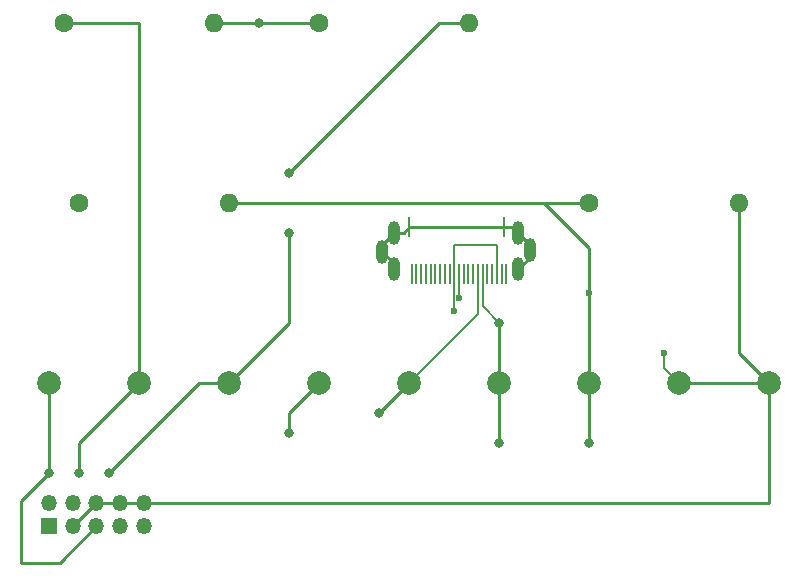
<source format=gbr>
%TF.GenerationSoftware,KiCad,Pcbnew,(7.0.0)*%
%TF.CreationDate,2023-08-04T16:20:27+02:00*%
%TF.ProjectId,PCH-1xxxJIG_THT_1.5,5043482d-3178-4787-984a-49475f544854,rev?*%
%TF.SameCoordinates,Original*%
%TF.FileFunction,Copper,L1,Top*%
%TF.FilePolarity,Positive*%
%FSLAX46Y46*%
G04 Gerber Fmt 4.6, Leading zero omitted, Abs format (unit mm)*
G04 Created by KiCad (PCBNEW (7.0.0)) date 2023-08-04 16:20:27*
%MOMM*%
%LPD*%
G01*
G04 APERTURE LIST*
%TA.AperFunction,SMDPad,CuDef*%
%ADD10R,0.200000X1.800000*%
%TD*%
%TA.AperFunction,ComponentPad*%
%ADD11O,1.000000X2.000000*%
%TD*%
%TA.AperFunction,SMDPad,CuDef*%
%ADD12C,2.000000*%
%TD*%
%TA.AperFunction,ComponentPad*%
%ADD13C,1.600000*%
%TD*%
%TA.AperFunction,ComponentPad*%
%ADD14O,1.600000X1.600000*%
%TD*%
%TA.AperFunction,ComponentPad*%
%ADD15R,1.350000X1.350000*%
%TD*%
%TA.AperFunction,ComponentPad*%
%ADD16O,1.350000X1.350000*%
%TD*%
%TA.AperFunction,ViaPad*%
%ADD17C,0.600000*%
%TD*%
%TA.AperFunction,ViaPad*%
%ADD18C,0.800000*%
%TD*%
%TA.AperFunction,Conductor*%
%ADD19C,0.150000*%
%TD*%
%TA.AperFunction,Conductor*%
%ADD20C,0.200000*%
%TD*%
%TA.AperFunction,Conductor*%
%ADD21C,0.250000*%
%TD*%
%TA.AperFunction,Conductor*%
%ADD22C,0.254000*%
%TD*%
G04 APERTURE END LIST*
D10*
%TO.P,UDC,1*%
%TO.N,N/C*%
X75539999Y-59379999D03*
%TO.P,UDC,2*%
X75139999Y-59379999D03*
%TO.P,UDC,3*%
X74739999Y-59379999D03*
%TO.P,UDC,4*%
X74339999Y-59379999D03*
%TO.P,UDC,5*%
X73939999Y-59379999D03*
%TO.P,UDC,6*%
X73539999Y-59379999D03*
%TO.P,UDC,7*%
X73139999Y-59379999D03*
%TO.P,UDC,8*%
X72739999Y-59379999D03*
%TO.P,UDC,9*%
X72339999Y-59379999D03*
%TO.P,UDC,10*%
X71939999Y-59379999D03*
%TO.P,UDC,11*%
X71539999Y-59379999D03*
%TO.P,UDC,12*%
X71139999Y-59379999D03*
%TO.P,UDC,13*%
X70739999Y-59379999D03*
%TO.P,UDC,14*%
X70339999Y-59379999D03*
%TO.P,UDC,15*%
X69939999Y-59379999D03*
%TO.P,UDC,16*%
X69539999Y-59379999D03*
%TO.P,UDC,17*%
X69139999Y-59379999D03*
%TO.P,UDC,18*%
X68739999Y-59379999D03*
%TO.P,UDC,19*%
X68339999Y-59379999D03*
%TO.P,UDC,20*%
X67939999Y-59379999D03*
%TO.P,UDC,21*%
X67539999Y-59379999D03*
%TO.P,UDC,22*%
X75339999Y-55379999D03*
%TO.P,UDC,23*%
X67339999Y-55379999D03*
D11*
%TO.P,UDC,24*%
X76539999Y-58979999D03*
%TO.P,UDC,25*%
X76539999Y-55879999D03*
%TO.P,UDC,26*%
X77539999Y-57379999D03*
%TO.P,UDC,27*%
X66039999Y-55879999D03*
%TO.P,UDC,28*%
X66039999Y-58979999D03*
%TO.P,UDC,29*%
X65039999Y-57479999D03*
%TD*%
D12*
%TO.P,Vita TX/7,1*%
%TO.N,N/C*%
X67310000Y-68580000D03*
%TD*%
D13*
%TO.P,1k Ohms,1*%
%TO.N,N/C*%
X59690000Y-38100000D03*
D14*
%TO.P,1k Ohms,2*%
X72389999Y-38099999D03*
%TD*%
D12*
%TO.P,PC TX,1*%
%TO.N,N/C*%
X44450000Y-68580000D03*
%TD*%
%TO.P,UDC 12,1*%
%TO.N,N/C*%
X90170000Y-68580000D03*
%TD*%
%TO.P,UDC 11,1*%
%TO.N,N/C*%
X82550000Y-68580000D03*
%TD*%
%TO.P,Vita RX/6,1*%
%TO.N,N/C*%
X74930000Y-68580000D03*
%TD*%
%TO.P,PC RX,1*%
%TO.N,N/C*%
X36830000Y-68580000D03*
%TD*%
%TO.P,UDC 3/GND,1*%
%TO.N,N/C*%
X97790000Y-68580000D03*
%TD*%
%TO.P,3v3 VCC,1*%
%TO.N,N/C*%
X59690000Y-68580000D03*
%TD*%
D13*
%TO.P,220 Ohms,1*%
%TO.N,N/C*%
X82550000Y-53340000D03*
D14*
%TO.P,220 Ohms,2*%
X95249999Y-53339999D03*
%TD*%
D12*
%TO.P,PC GND,1*%
%TO.N,N/C*%
X52070000Y-68580000D03*
%TD*%
D13*
%TO.P,1k Ohms,1*%
%TO.N,N/C*%
X39370000Y-53340000D03*
D14*
%TO.P,1k Ohms,2*%
X52069999Y-53339999D03*
%TD*%
D13*
%TO.P,1k Ohms,1*%
%TO.N,N/C*%
X38100000Y-38100000D03*
D14*
%TO.P,1k Ohms,2*%
X50799999Y-38099999D03*
%TD*%
D15*
%TO.P,Pin Header,1*%
%TO.N,N/C*%
X36829999Y-80739999D03*
D16*
%TO.P,Pin Header,2*%
X36829999Y-78739999D03*
%TO.P,Pin Header,3*%
X38829999Y-80739999D03*
%TO.P,Pin Header,4*%
X38829999Y-78739999D03*
%TO.P,Pin Header,5*%
X40829999Y-80739999D03*
%TO.P,Pin Header,6*%
X40829999Y-78739999D03*
%TO.P,Pin Header,7*%
X42829999Y-80739999D03*
%TO.P,Pin Header,8*%
X42829999Y-78739999D03*
%TO.P,Pin Header,9*%
X44829999Y-80739999D03*
%TO.P,Pin Header,10*%
X44829999Y-78739999D03*
%TD*%
D17*
%TO.N,*%
X88900000Y-66040000D03*
X71120000Y-62500000D03*
X82550000Y-60960000D03*
X71540000Y-61380000D03*
D18*
X82550000Y-73660000D03*
X54610000Y-38100000D03*
X74930000Y-73660000D03*
X57150000Y-72840000D03*
X57150000Y-55880000D03*
X57150000Y-50800000D03*
X39370000Y-76200000D03*
X36830000Y-76200000D03*
X57150000Y-50800000D03*
X57150000Y-55880000D03*
X41910000Y-76200000D03*
X64770000Y-71120000D03*
X74930000Y-63500000D03*
%TD*%
D19*
%TO.N,*%
X74740000Y-56960000D02*
X71140000Y-56960000D01*
X74740000Y-59380000D02*
X74740000Y-56960000D01*
X71140000Y-59380000D02*
X71140000Y-56960000D01*
D20*
X88900000Y-67310000D02*
X90170000Y-68580000D01*
X88900000Y-66040000D02*
X88900000Y-67310000D01*
D19*
X71140000Y-60980000D02*
X71140000Y-62500000D01*
X71120000Y-60960000D02*
X71140000Y-60980000D01*
X71140000Y-60940000D02*
X71120000Y-60960000D01*
X71140000Y-59380000D02*
X71140000Y-60940000D01*
X71540000Y-59380000D02*
X71540000Y-61380000D01*
X73140000Y-62750000D02*
X67310000Y-68580000D01*
X73140000Y-59380000D02*
X73140000Y-62750000D01*
X73540000Y-62110000D02*
X74930000Y-63500000D01*
X73540000Y-59380000D02*
X73540000Y-62110000D01*
D21*
X82550000Y-57150000D02*
X82550000Y-68580000D01*
X78740000Y-53340000D02*
X79190000Y-53340000D01*
X72390000Y-53340000D02*
X78740000Y-53340000D01*
X78740000Y-53340000D02*
X82550000Y-57150000D01*
D22*
X66840000Y-55880000D02*
X66040000Y-55880000D01*
X65040000Y-56880000D02*
X65040000Y-57480000D01*
X67340000Y-55380000D02*
X66840000Y-55880000D01*
X77540000Y-57980000D02*
X77540000Y-57380000D01*
X77540000Y-56880000D02*
X77540000Y-57380000D01*
X75340000Y-55380000D02*
X67340000Y-55380000D01*
X76540000Y-55880000D02*
X76040000Y-55380000D01*
X65040000Y-57480000D02*
X66040000Y-58480000D01*
X66040000Y-55880000D02*
X65040000Y-56880000D01*
X76540000Y-55880000D02*
X77540000Y-56880000D01*
X76040000Y-55380000D02*
X75340000Y-55380000D01*
X66040000Y-58480000D02*
X66040000Y-58980000D01*
X76540000Y-58980000D02*
X77540000Y-57980000D01*
D21*
X82550000Y-53340000D02*
X80010000Y-53340000D01*
X88900000Y-78740000D02*
X44830000Y-78740000D01*
X69850000Y-38100000D02*
X72390000Y-38100000D01*
X95250000Y-53340000D02*
X95250000Y-66040000D01*
X97790000Y-78740000D02*
X91440000Y-78740000D01*
X95250000Y-66040000D02*
X97790000Y-68580000D01*
X74930000Y-73660000D02*
X74930000Y-68580000D01*
X54610000Y-38100000D02*
X59690000Y-38100000D01*
X44450000Y-68580000D02*
X44450000Y-38100000D01*
X97790000Y-68580000D02*
X97790000Y-78740000D01*
X52070000Y-68580000D02*
X57150000Y-63500000D01*
X64770000Y-53340000D02*
X72390000Y-53340000D01*
X34415000Y-83820000D02*
X37750000Y-83820000D01*
X49530000Y-68580000D02*
X52070000Y-68580000D01*
X57150000Y-71120000D02*
X59690000Y-68580000D01*
X34415000Y-78615000D02*
X34415000Y-83820000D01*
X38830000Y-80740000D02*
X40830000Y-78740000D01*
X36830000Y-76200000D02*
X34415000Y-78615000D01*
X36830000Y-73660000D02*
X36830000Y-68580000D01*
X57150000Y-63500000D02*
X57150000Y-55880000D01*
X82550000Y-73660000D02*
X82550000Y-68580000D01*
X90170000Y-68580000D02*
X97790000Y-68580000D01*
X41910000Y-76200000D02*
X49530000Y-68580000D01*
X44450000Y-38100000D02*
X38100000Y-38100000D01*
X37750000Y-83820000D02*
X40830000Y-80740000D01*
X74930000Y-63500000D02*
X74930000Y-68580000D01*
X39370000Y-73660000D02*
X44450000Y-68580000D01*
X57150000Y-72840000D02*
X57150000Y-71120000D01*
X36830000Y-76200000D02*
X36830000Y-73660000D01*
X77470000Y-53340000D02*
X80010000Y-53340000D01*
X64770000Y-71120000D02*
X67310000Y-68580000D01*
X91440000Y-78740000D02*
X88900000Y-78740000D01*
X42830000Y-78740000D02*
X40830000Y-78740000D01*
X54610000Y-38100000D02*
X50800000Y-38100000D01*
X52070000Y-53340000D02*
X64770000Y-53340000D01*
X39370000Y-76200000D02*
X39370000Y-73660000D01*
X44830000Y-78740000D02*
X42830000Y-78740000D01*
X57150000Y-50800000D02*
X69850000Y-38100000D01*
%TD*%
M02*

</source>
